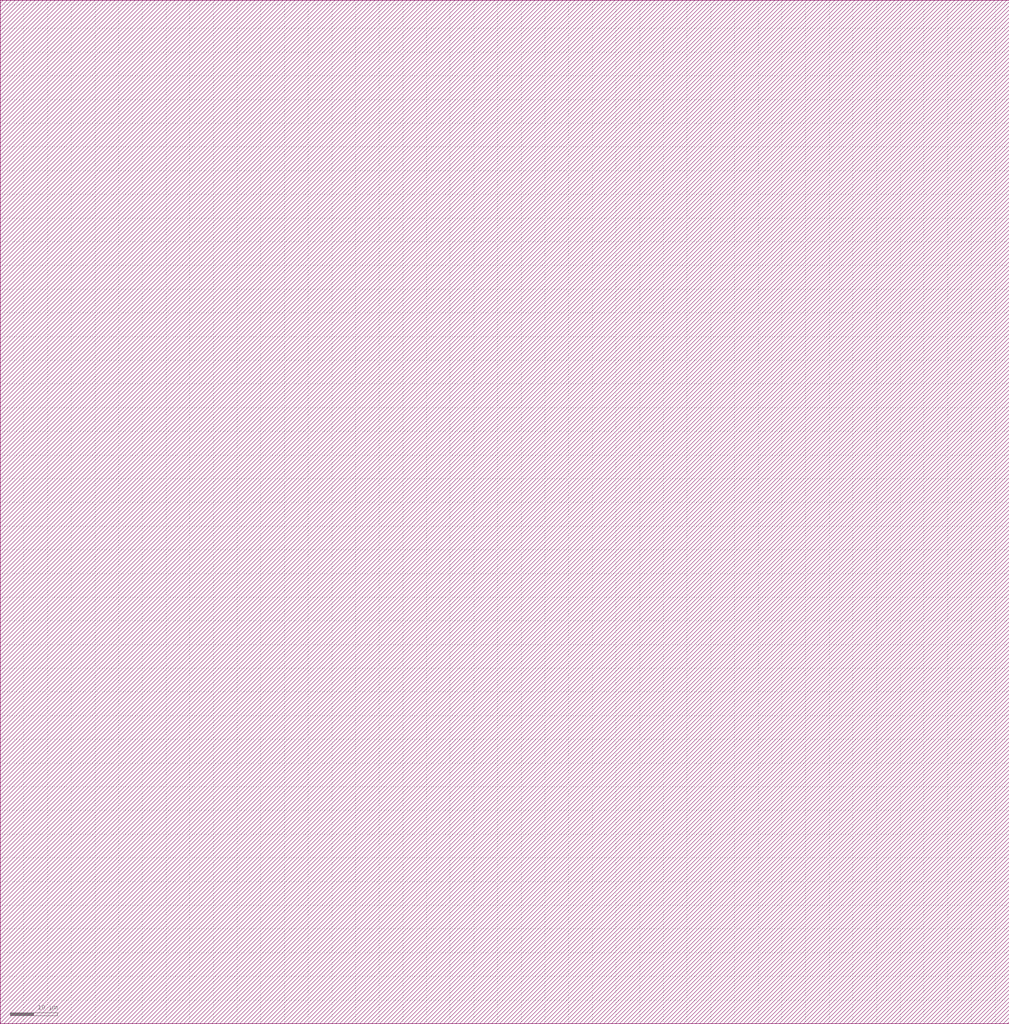
<source format=lef>
VERSION 5.6 ;

BUSBITCHARS "[]" ;

DIVIDERCHAR "/" ;

UNITS
    DATABASE MICRONS 1000 ;
END UNITS

MANUFACTURINGGRID 0.005000 ; 

CLEARANCEMEASURE EUCLIDEAN ; 

USEMINSPACING OBS ON ; 

SITE CoreSite
    CLASS CORE ;
    SIZE 0.600000 BY 0.300000 ;
END CoreSite

LAYER li1
   TYPE ROUTING ;
   DIRECTION VERTICAL ;
   MINWIDTH 0.300000 ;
   AREA 0.056250 ;
   WIDTH 0.300000 ;
   SPACINGTABLE
      PARALLELRUNLENGTH 0.0
      WIDTH 0.0 0.225000 ;
   PITCH 0.600000 0.600000 ;
END li1

LAYER mcon
    TYPE CUT ;
    SPACING 0.225000 ;
    WIDTH 0.300000 ;
    ENCLOSURE ABOVE 0.075000 0.075000 ;
    ENCLOSURE BELOW 0.000000 0.000000 ;
END mcon

LAYER met1
   TYPE ROUTING ;
   DIRECTION HORIZONTAL ;
   MINWIDTH 0.150000 ;
   AREA 0.084375 ;
   WIDTH 0.150000 ;
   SPACINGTABLE
      PARALLELRUNLENGTH 0.0
      WIDTH 0.0 0.150000 ;
   PITCH 0.300000 0.300000 ;
END met1

LAYER v1
    TYPE CUT ;
    SPACING 0.075000 ;
    WIDTH 0.300000 ;
    ENCLOSURE ABOVE 0.075000 0.075000 ;
    ENCLOSURE BELOW 0.075000 0.075000 ;
END v1

LAYER met2
   TYPE ROUTING ;
   DIRECTION VERTICAL ;
   MINWIDTH 0.150000 ;
   AREA 0.073125 ;
   WIDTH 0.150000 ;
   SPACINGTABLE
      PARALLELRUNLENGTH 0.0
      WIDTH 0.0 0.150000 ;
   PITCH 0.300000 0.300000 ;
END met2

LAYER v2
    TYPE CUT ;
    SPACING 0.150000 ;
    WIDTH 0.300000 ;
    ENCLOSURE ABOVE 0.075000 0.075000 ;
    ENCLOSURE BELOW 0.075000 0.000000 ;
END v2

LAYER met3
   TYPE ROUTING ;
   DIRECTION HORIZONTAL ;
   MINWIDTH 0.300000 ;
   AREA 0.241875 ;
   WIDTH 0.300000 ;
   SPACINGTABLE
      PARALLELRUNLENGTH 0.0
      WIDTH 0.0 0.300000 ;
   PITCH 0.600000 0.600000 ;
END met3

LAYER v3
    TYPE CUT ;
    SPACING 0.150000 ;
    WIDTH 0.450000 ;
    ENCLOSURE ABOVE 0.075000 0.075000 ;
    ENCLOSURE BELOW 0.075000 0.000000 ;
END v3

LAYER met4
   TYPE ROUTING ;
   DIRECTION VERTICAL ;
   MINWIDTH 0.300000 ;
   AREA 0.241875 ;
   WIDTH 0.300000 ;
   SPACINGTABLE
      PARALLELRUNLENGTH 0.0
      WIDTH 0.0 0.300000 ;
   PITCH 0.600000 0.600000 ;
END met4

LAYER v4
    TYPE CUT ;
    SPACING 0.450000 ;
    WIDTH 1.200000 ;
    ENCLOSURE ABOVE 0.150000 0.150000 ;
    ENCLOSURE BELOW 0.000000 0.000000 ;
END v4

LAYER met5
   TYPE ROUTING ;
   DIRECTION HORIZONTAL ;
   MINWIDTH 1.650000 ;
   AREA 4.005000 ;
   WIDTH 1.650000 ;
   SPACINGTABLE
      PARALLELRUNLENGTH 0.0
      WIDTH 0.0 1.650000 ;
   PITCH 3.300000 3.300000 ;
END met5

LAYER OVERLAP
   TYPE OVERLAP ;
END OVERLAP

VIA mcon_C DEFAULT
   LAYER li1 ;
     RECT -0.150000 -0.150000 0.150000 0.150000 ;
   LAYER mcon ;
     RECT -0.150000 -0.150000 0.150000 0.150000 ;
   LAYER met1 ;
     RECT -0.225000 -0.225000 0.225000 0.225000 ;
END mcon_C

VIA v1_C DEFAULT
   LAYER met1 ;
     RECT -0.225000 -0.225000 0.225000 0.225000 ;
   LAYER v1 ;
     RECT -0.150000 -0.150000 0.150000 0.150000 ;
   LAYER met2 ;
     RECT -0.225000 -0.225000 0.225000 0.225000 ;
END v1_C

VIA v2_C DEFAULT
   LAYER met2 ;
     RECT -0.150000 -0.225000 0.150000 0.225000 ;
   LAYER v2 ;
     RECT -0.150000 -0.150000 0.150000 0.150000 ;
   LAYER met3 ;
     RECT -0.225000 -0.225000 0.225000 0.225000 ;
END v2_C

VIA v2_Ch
   LAYER met2 ;
     RECT -0.225000 -0.150000 0.225000 0.150000 ;
   LAYER v2 ;
     RECT -0.150000 -0.150000 0.150000 0.150000 ;
   LAYER met3 ;
     RECT -0.225000 -0.225000 0.225000 0.225000 ;
END v2_Ch

VIA v2_Cv
   LAYER met2 ;
     RECT -0.150000 -0.225000 0.150000 0.225000 ;
   LAYER v2 ;
     RECT -0.150000 -0.150000 0.150000 0.150000 ;
   LAYER met3 ;
     RECT -0.225000 -0.225000 0.225000 0.225000 ;
END v2_Cv

VIA v3_C DEFAULT
   LAYER met3 ;
     RECT -0.300000 -0.225000 0.300000 0.225000 ;
   LAYER v3 ;
     RECT -0.225000 -0.225000 0.225000 0.225000 ;
   LAYER met4 ;
     RECT -0.300000 -0.300000 0.300000 0.300000 ;
END v3_C

VIA v3_Ch
   LAYER met3 ;
     RECT -0.300000 -0.225000 0.300000 0.225000 ;
   LAYER v3 ;
     RECT -0.225000 -0.225000 0.225000 0.225000 ;
   LAYER met4 ;
     RECT -0.300000 -0.300000 0.300000 0.300000 ;
END v3_Ch

VIA v3_Cv
   LAYER met3 ;
     RECT -0.300000 -0.225000 0.300000 0.225000 ;
   LAYER v3 ;
     RECT -0.225000 -0.225000 0.225000 0.225000 ;
   LAYER met4 ;
     RECT -0.300000 -0.300000 0.300000 0.300000 ;
END v3_Cv

VIA v4_C DEFAULT
   LAYER met4 ;
     RECT -0.600000 -0.600000 0.600000 0.600000 ;
   LAYER v4 ;
     RECT -0.600000 -0.600000 0.600000 0.600000 ;
   LAYER met5 ;
     RECT -0.750000 -0.750000 0.750000 0.750000 ;
END v4_C

MACRO _0_0std_0_0cells_0_0INVX1
    CLASS CORE ;
    FOREIGN _0_0std_0_0cells_0_0INVX1 0.000000 0.000000 ;
    ORIGIN 0.000000 0.000000 ;
    SIZE 3.600000 BY 4.800000 ;
    SYMMETRY X Y ;
    SITE CoreSite ;
    PIN A
        DIRECTION INPUT ;
        USE SIGNAL ;
        PORT
        LAYER li1 ;
        RECT 0.375000 2.550000 0.750000 2.625000 ;
        RECT 0.375000 2.325000 0.450000 2.550000 ;
        RECT 0.375000 2.250000 0.750000 2.325000 ;
        RECT 0.450000 3.300000 1.500000 3.525000 ;
        RECT 0.450000 2.625000 0.675000 3.300000 ;
        RECT 0.450000 2.325000 0.675000 2.550000 ;
        RECT 0.675000 2.325000 0.750000 2.550000 ;
        RECT 1.200000 3.525000 1.500000 4.575000 ;
        END
        ANTENNAGATEAREA 0.247500 ;
    END A
    PIN Y
        DIRECTION OUTPUT ;
        USE SIGNAL ;
        PORT
        LAYER li1 ;
        RECT 1.200000 0.975000 2.700000 1.200000 ;
        RECT 1.800000 1.650000 2.250000 1.725000 ;
        RECT 1.800000 0.675000 2.175000 0.750000 ;
        RECT 1.800000 0.450000 1.875000 0.675000 ;
        RECT 1.800000 0.375000 2.175000 0.450000 ;
        RECT 1.800000 1.950000 2.250000 2.025000 ;
        RECT 1.800000 1.725000 1.875000 1.950000 ;
        RECT 1.875000 0.450000 2.100000 0.675000 ;
        RECT 1.875000 2.925000 2.100000 3.075000 ;
        RECT 1.875000 2.700000 2.100000 2.925000 ;
        RECT 1.875000 2.025000 2.100000 2.700000 ;
        RECT 1.875000 1.725000 2.100000 1.950000 ;
        RECT 2.100000 0.450000 2.175000 0.675000 ;
        RECT 2.100000 2.700000 2.175000 2.925000 ;
        RECT 2.100000 1.725000 2.250000 1.950000 ;
        RECT 2.475000 1.200000 2.700000 2.925000 ;
        RECT 2.475000 3.075000 2.625000 3.300000 ;
        RECT 2.475000 2.925000 2.925000 3.075000 ;
        RECT 2.850000 3.075000 2.925000 3.300000 ;
        LAYER mcon ;
        RECT 1.875000 1.725000 2.100000 1.950000 ;
        RECT 1.875000 0.450000 2.100000 0.675000 ;
        LAYER met1 ;
        RECT 1.800000 1.950000 2.175000 2.025000 ;
        RECT 1.800000 1.725000 1.875000 1.950000 ;
        RECT 1.800000 0.675000 2.175000 1.725000 ;
        RECT 1.800000 0.450000 1.875000 0.675000 ;
        RECT 1.800000 0.375000 2.175000 0.450000 ;
        RECT 1.875000 1.725000 2.100000 1.950000 ;
        RECT 1.875000 0.450000 2.100000 0.675000 ;
        RECT 2.100000 1.725000 2.175000 1.950000 ;
        RECT 2.100000 0.450000 2.175000 0.675000 ;
        END
        ANTENNADIFFAREA 0.427500 ;
    END Y
    PIN Vdd
        DIRECTION INPUT ;
        USE POWER ;
        PORT
        LAYER li1 ;
        RECT 1.050000 3.000000 1.425000 3.075000 ;
        RECT 1.050000 2.775000 1.125000 3.000000 ;
        RECT 1.050000 2.700000 1.425000 2.775000 ;
        RECT 1.125000 2.775000 1.350000 3.000000 ;
        RECT 1.350000 2.775000 1.425000 3.000000 ;
        RECT 1.800000 3.600000 2.175000 4.575000 ;
        RECT 1.800000 3.375000 1.875000 3.600000 ;
        RECT 1.800000 3.300000 2.175000 3.375000 ;
        RECT 1.875000 3.375000 2.100000 3.600000 ;
        RECT 2.100000 3.375000 2.175000 3.600000 ;
        LAYER mcon ;
        RECT 1.125000 2.775000 1.350000 3.000000 ;
        RECT 1.875000 3.375000 2.100000 3.600000 ;
        LAYER met1 ;
        RECT 1.050000 3.000000 1.500000 3.075000 ;
        RECT 1.050000 2.775000 1.125000 3.000000 ;
        RECT 1.050000 2.700000 1.425000 2.775000 ;
        RECT 1.125000 2.775000 1.350000 3.000000 ;
        RECT 1.200000 3.975000 2.100000 4.200000 ;
        RECT 1.200000 3.075000 1.500000 3.975000 ;
        RECT 1.350000 2.775000 1.500000 3.000000 ;
        RECT 1.800000 3.600000 2.175000 3.675000 ;
        RECT 1.800000 3.375000 1.875000 3.600000 ;
        RECT 1.800000 3.300000 2.175000 3.375000 ;
        RECT 1.875000 3.675000 2.100000 3.975000 ;
        RECT 1.875000 3.375000 2.100000 3.600000 ;
        RECT 2.100000 3.375000 2.175000 3.600000 ;
        END
        ANTENNADIFFAREA 0.270000 ;
    END Vdd
    PIN GND
        DIRECTION INPUT ;
        USE GROUND ;
        PORT
        LAYER li1 ;
        RECT 1.200000 1.950000 1.575000 2.025000 ;
        RECT 1.200000 1.725000 1.275000 1.950000 ;
        RECT 1.200000 1.650000 1.575000 1.725000 ;
        RECT 1.200000 1.200000 1.500000 1.650000 ;
        RECT 1.275000 1.725000 1.500000 1.950000 ;
        RECT 1.500000 1.725000 1.575000 1.950000 ;
        RECT 2.400000 3.375000 2.700000 3.600000 ;
        RECT 2.400000 3.300000 2.925000 3.375000 ;
        RECT 2.625000 3.075000 2.850000 3.300000 ;
        LAYER mcon ;
        RECT 2.625000 3.075000 2.850000 3.300000 ;
        LAYER met1 ;
        RECT 2.475000 3.300000 2.925000 3.375000 ;
        RECT 2.475000 3.075000 2.625000 3.300000 ;
        RECT 2.475000 2.925000 2.925000 3.075000 ;
        RECT 2.625000 3.075000 2.850000 3.300000 ;
        RECT 2.850000 3.075000 2.925000 3.300000 ;
        END
        ANTENNADIFFAREA 0.168750 ;
    END GND
END _0_0std_0_0cells_0_0INVX1

MACRO welltap_svt
    CLASS CORE WELLTAP ;
    FOREIGN welltap_svt 0.000000 0.000000 ;
    ORIGIN 0.000000 0.000000 ;
    SIZE 1.200000 BY 2.100000 ;
    SYMMETRY X Y ;
    SITE CoreSite ;
    PIN Vdd
        DIRECTION INPUT ;
        USE POWER ;
        PORT
        LAYER li1 ;
        RECT 0.600000 1.500000 0.900000 1.800000 ;
        END
    END Vdd
    PIN GND
        DIRECTION INPUT ;
        USE GROUND ;
        PORT
        LAYER li1 ;
        RECT 0.600000 0.300000 0.900000 0.600000 ;
        END
    END GND
END welltap_svt

MACRO circuitppnp
   CLASS CORE ;
   FOREIGN circuitppnp 0.000000 0.000000 ;
   ORIGIN 0.000000 0.000000 ; 
   SIZE 213.000000 BY 216.000000 ; 
   SYMMETRY X Y ;
   SITE CoreSite ;
END circuitppnp

MACRO circuitwell
   CLASS CORE ;
   FOREIGN circuitwell 0.000000 0.000000 ;
   ORIGIN 0.000000 0.000000 ; 
   SIZE 213.000000 BY 216.000000 ; 
   SYMMETRY X Y ;
   SITE CoreSite ;
END circuitwell


</source>
